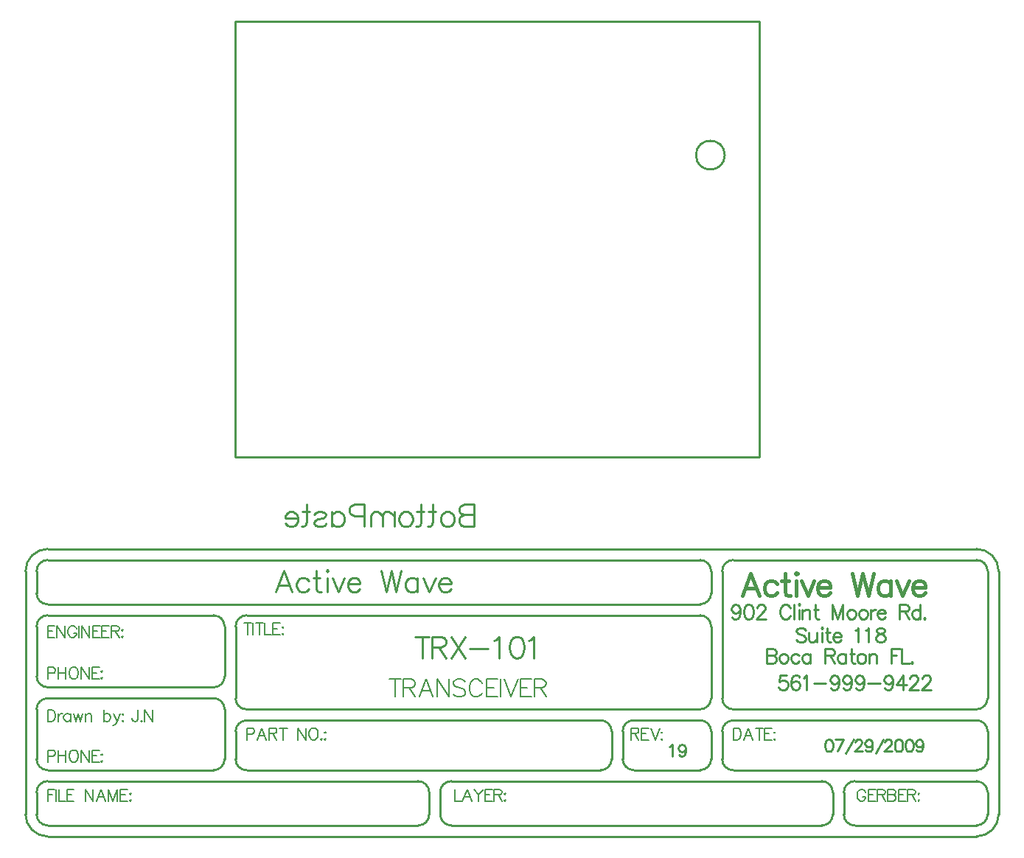
<source format=gbp>
%FSLAX24Y24*%
%MOIN*%
G70*
G01*
G75*
G04 Layer_Color=128*
%ADD10R,0.0300X0.0300*%
%ADD11R,0.0200X0.0300*%
%ADD12R,0.0360X0.0360*%
%ADD13R,0.0500X0.0360*%
%ADD14R,0.0250X0.0950*%
%ADD15R,0.0250X0.0550*%
%ADD16R,0.0950X0.0250*%
%ADD17R,0.0550X0.0250*%
%ADD18R,0.0236X0.1000*%
%ADD19R,0.0236X0.0900*%
%ADD20R,0.0700X0.0236*%
%ADD21R,0.0900X0.0236*%
%ADD22R,0.0315X0.0591*%
%ADD23R,0.0591X0.0315*%
%ADD24O,0.0600X0.0160*%
%ADD25R,0.0200X0.0500*%
%ADD26O,0.0240X0.0800*%
%ADD27O,0.0160X0.0600*%
%ADD28O,0.0160X0.0600*%
%ADD29R,0.0394X0.0197*%
%ADD30R,0.0394X0.0394*%
%ADD31R,0.0300X0.0300*%
%ADD32R,0.0472X0.0472*%
%ADD33R,0.0472X0.0472*%
%ADD34R,0.0236X0.0236*%
%ADD35R,0.0360X0.0500*%
%ADD36R,0.0360X0.0360*%
%ADD37R,0.0600X0.0500*%
%ADD38C,0.0120*%
%ADD39R,0.1500X0.0500*%
%ADD40R,0.0550X0.0400*%
%ADD41R,0.0400X0.0550*%
%ADD42C,0.0140*%
%ADD43C,0.0120*%
%ADD44C,0.0300*%
%ADD45C,0.0100*%
%ADD46C,0.0200*%
%ADD47C,0.0080*%
%ADD48C,0.0090*%
%ADD49C,0.0150*%
%ADD50C,0.0050*%
%ADD51C,0.1100*%
%ADD52C,0.0620*%
%ADD53R,0.0620X0.0620*%
%ADD54C,0.0600*%
%ADD55C,0.0750*%
%ADD56C,0.1400*%
%ADD57C,0.0450*%
%ADD58C,0.0220*%
%ADD59C,0.0098*%
%ADD60C,0.0060*%
D45*
X10300Y-2750D02*
Y-3750D01*
Y-2750D02*
X9872D01*
X9729Y-2798D01*
X9681Y-2845D01*
X9633Y-2941D01*
Y-3036D01*
X9681Y-3131D01*
X9729Y-3179D01*
X9872Y-3226D01*
X10300D02*
X9872D01*
X9729Y-3274D01*
X9681Y-3322D01*
X9633Y-3417D01*
Y-3560D01*
X9681Y-3655D01*
X9729Y-3702D01*
X9872Y-3750D01*
X10300D01*
X9172Y-3083D02*
X9267Y-3131D01*
X9362Y-3226D01*
X9410Y-3369D01*
Y-3464D01*
X9362Y-3607D01*
X9267Y-3702D01*
X9172Y-3750D01*
X9029D01*
X8934Y-3702D01*
X8838Y-3607D01*
X8791Y-3464D01*
Y-3369D01*
X8838Y-3226D01*
X8934Y-3131D01*
X9029Y-3083D01*
X9172D01*
X8429Y-2750D02*
Y-3560D01*
X8381Y-3702D01*
X8286Y-3750D01*
X8191D01*
X8572Y-3083D02*
X8239D01*
X7905Y-2750D02*
Y-3560D01*
X7858Y-3702D01*
X7762Y-3750D01*
X7667D01*
X8048Y-3083D02*
X7715D01*
X7286D02*
X7382Y-3131D01*
X7477Y-3226D01*
X7524Y-3369D01*
Y-3464D01*
X7477Y-3607D01*
X7382Y-3702D01*
X7286Y-3750D01*
X7144D01*
X7048Y-3702D01*
X6953Y-3607D01*
X6905Y-3464D01*
Y-3369D01*
X6953Y-3226D01*
X7048Y-3131D01*
X7144Y-3083D01*
X7286D01*
X6686D02*
Y-3750D01*
Y-3274D02*
X6544Y-3131D01*
X6448Y-3083D01*
X6306D01*
X6210Y-3131D01*
X6163Y-3274D01*
Y-3750D01*
Y-3274D02*
X6020Y-3131D01*
X5925Y-3083D01*
X5782D01*
X5687Y-3131D01*
X5639Y-3274D01*
Y-3750D01*
X5325Y-3274D02*
X4896D01*
X4754Y-3226D01*
X4706Y-3179D01*
X4658Y-3083D01*
Y-2941D01*
X4706Y-2845D01*
X4754Y-2798D01*
X4896Y-2750D01*
X5325D01*
Y-3750D01*
X3863Y-3083D02*
Y-3750D01*
Y-3226D02*
X3959Y-3131D01*
X4054Y-3083D01*
X4197D01*
X4292Y-3131D01*
X4387Y-3226D01*
X4435Y-3369D01*
Y-3464D01*
X4387Y-3607D01*
X4292Y-3702D01*
X4197Y-3750D01*
X4054D01*
X3959Y-3702D01*
X3863Y-3607D01*
X3073Y-3226D02*
X3121Y-3131D01*
X3263Y-3083D01*
X3406D01*
X3549Y-3131D01*
X3597Y-3226D01*
X3549Y-3322D01*
X3454Y-3369D01*
X3216Y-3417D01*
X3121Y-3464D01*
X3073Y-3560D01*
Y-3607D01*
X3121Y-3702D01*
X3263Y-3750D01*
X3406D01*
X3549Y-3702D01*
X3597Y-3607D01*
X2721Y-2750D02*
Y-3560D01*
X2673Y-3702D01*
X2578Y-3750D01*
X2483D01*
X2864Y-3083D02*
X2530D01*
X2340Y-3369D02*
X1769D01*
Y-3274D01*
X1816Y-3179D01*
X1864Y-3131D01*
X1959Y-3083D01*
X2102D01*
X2197Y-3131D01*
X2292Y-3226D01*
X2340Y-3369D01*
Y-3464D01*
X2292Y-3607D01*
X2197Y-3702D01*
X2102Y-3750D01*
X1959D01*
X1864Y-3702D01*
X1769Y-3607D01*
X21633Y13042D02*
G03*
X21633Y13042I-650J0D01*
G01*
X-497Y-600D02*
Y19100D01*
X-497Y-600D02*
X23203D01*
Y19100D01*
X-497D02*
X23203D01*
X8268Y-15769D02*
G03*
X7768Y-15269I-500J0D01*
G01*
X7779Y-17269D02*
G03*
X8268Y-16772I8J480D01*
G01*
X9268Y-15269D02*
G03*
X8768Y-15769I0J-500D01*
G01*
Y-16769D02*
G03*
X9259Y-17269I500J0D01*
G01*
X26518Y-15769D02*
G03*
X26018Y-15269I-500J0D01*
G01*
X26029Y-17269D02*
G03*
X26518Y-16772I8J480D01*
G01*
X27018Y-16779D02*
G03*
X27516Y-17269I490J0D01*
G01*
X27518Y-15269D02*
G03*
X27018Y-15769I0J-500D01*
G01*
X-982Y-8259D02*
G03*
X-1472Y-7769I-490J0D01*
G01*
X-1462Y-11019D02*
G03*
X-982Y-10539I0J480D01*
G01*
Y-12009D02*
G03*
X-1489Y-11519I-490J0D01*
G01*
X-482Y-11529D02*
G03*
X8Y-12019I490J0D01*
G01*
X-482Y-14279D02*
G03*
X8Y-14769I490J0D01*
G01*
X-1472D02*
G03*
X-982Y-14279I0J490D01*
G01*
X16518Y-13009D02*
G03*
X16028Y-12519I-490J0D01*
G01*
Y-14769D02*
G03*
X16518Y-14270I0J490D01*
G01*
X17018Y-14259D02*
G03*
X17519Y-14769I510J0D01*
G01*
X17498Y-12519D02*
G03*
X17018Y-13024I0J-480D01*
G01*
X18Y-12519D02*
G03*
X-482Y-13019I0J-500D01*
G01*
X18Y-7769D02*
G03*
X-482Y-8269I0J-500D01*
G01*
X-9482Y-14269D02*
G03*
X-8991Y-14769I500J0D01*
G01*
X-8982Y-11519D02*
G03*
X-9482Y-12019I0J-500D01*
G01*
Y-10519D02*
G03*
X-8982Y-11019I500J0D01*
G01*
Y-7769D02*
G03*
X-9482Y-8269I0J-500D01*
G01*
Y-6769D02*
G03*
X-8982Y-7269I500J0D01*
G01*
Y-5269D02*
G03*
X-9482Y-5769I0J-500D01*
G01*
X21018D02*
G03*
X20518Y-5269I-500J0D01*
G01*
X22018D02*
G03*
X21518Y-5769I0J-500D01*
G01*
X20518Y-7269D02*
G03*
X21018Y-6769I0J500D01*
G01*
Y-8269D02*
G03*
X20518Y-7769I-500J0D01*
G01*
X-8982Y-15269D02*
G03*
X-9482Y-15769I0J-500D01*
G01*
X20527Y-12019D02*
G03*
X21018Y-11519I-9J500D01*
G01*
X-9482Y-16769D02*
G03*
X-8991Y-17269I500J0D01*
G01*
X21018Y-13009D02*
G03*
X20528Y-12519I-490J0D01*
G01*
X21518Y-14279D02*
G03*
X22016Y-14769I490J0D01*
G01*
X20518Y-14769D02*
G03*
X21018Y-14269I0J500D01*
G01*
X33018Y-17269D02*
G03*
X33518Y-16769I0J500D01*
G01*
X33518Y-15760D02*
G03*
X33018Y-15269I-500J-9D01*
G01*
Y-14769D02*
G03*
X33518Y-14269I0J500D01*
G01*
Y-5759D02*
G03*
X33011Y-5269I-490J0D01*
G01*
X34018Y-5769D02*
G03*
X33018Y-4769I-1000J0D01*
G01*
Y-17769D02*
G03*
X34018Y-16769I0J1000D01*
G01*
X-9982Y-16759D02*
G03*
X-8990Y-17769I1010J0D01*
G01*
X-8982Y-4769D02*
G03*
X-9982Y-5769I0J-1000D01*
G01*
X21518Y-11519D02*
G03*
X22018Y-12019I500J0D01*
G01*
X33018D02*
G03*
X33518Y-11519I0J500D01*
G01*
X22018Y-12519D02*
G03*
X21518Y-13019I0J-500D01*
G01*
X33518Y-13009D02*
G03*
X33028Y-12519I-490J0D01*
G01*
X9268Y-17269D02*
X26018D01*
X-8982D02*
X7768D01*
X-8982Y-15269D02*
X7768D01*
X9268D02*
X26018D01*
X27518Y-17269D02*
X33018D01*
X27518Y-15269D02*
X33018D01*
X-8982Y-5269D02*
X20518D01*
X-8982Y-17769D02*
X33018D01*
X-8982Y-4769D02*
X33018D01*
X-8982Y-14769D02*
X-1482D01*
X-8982Y-11519D02*
X-1482D01*
X-8982Y-11019D02*
X-1482D01*
X-8982Y-7769D02*
X-1482D01*
X-8982Y-7269D02*
X20518D01*
X18Y-7769D02*
X20518D01*
X18Y-12519D02*
X16018D01*
X18Y-14769D02*
X16018D01*
X17518D02*
X20518D01*
X17518Y-12519D02*
X20518D01*
X22018Y-14769D02*
X33018D01*
X22018Y-5269D02*
X33018D01*
X18Y-12019D02*
X20518D01*
X22018D02*
X33018D01*
X22018Y-12519D02*
X33018D01*
X8268Y-16769D02*
Y-15769D01*
X8768Y-16769D02*
Y-15769D01*
X26518Y-16769D02*
Y-15769D01*
X27018Y-16769D02*
Y-15769D01*
X34018Y-16769D02*
Y-5769D01*
X-9482Y-14269D02*
Y-12019D01*
X-982Y-14269D02*
Y-12019D01*
X-9482Y-10519D02*
Y-8269D01*
X-982Y-10519D02*
Y-8269D01*
X-9482Y-6769D02*
Y-5769D01*
X21018Y-6769D02*
Y-5769D01*
Y-11519D02*
Y-8269D01*
X-482Y-11519D02*
Y-8269D01*
X16518Y-14269D02*
Y-13019D01*
X-482Y-14269D02*
Y-13019D01*
X17018Y-14269D02*
Y-13019D01*
X21018Y-14269D02*
Y-13019D01*
X33518Y-16769D02*
Y-15769D01*
X-9482Y-16769D02*
Y-15769D01*
X-9982Y-16769D02*
Y-5769D01*
X21518Y-11519D02*
Y-5769D01*
X33518Y-11519D02*
Y-5769D01*
X21518Y-14269D02*
Y-13019D01*
X33518Y-14269D02*
Y-13009D01*
X25305Y-8429D02*
X25244Y-8368D01*
X25153Y-8337D01*
X25031D01*
X24940Y-8368D01*
X24879Y-8429D01*
Y-8490D01*
X24909Y-8551D01*
X24940Y-8581D01*
X25000Y-8612D01*
X25183Y-8672D01*
X25244Y-8703D01*
X25275Y-8733D01*
X25305Y-8794D01*
Y-8886D01*
X25244Y-8947D01*
X25153Y-8977D01*
X25031D01*
X24940Y-8947D01*
X24879Y-8886D01*
X25448Y-8551D02*
Y-8855D01*
X25479Y-8947D01*
X25540Y-8977D01*
X25631D01*
X25692Y-8947D01*
X25784Y-8855D01*
Y-8551D02*
Y-8977D01*
X26012Y-8337D02*
X26043Y-8368D01*
X26073Y-8337D01*
X26043Y-8307D01*
X26012Y-8337D01*
X26043Y-8551D02*
Y-8977D01*
X26277Y-8337D02*
Y-8855D01*
X26308Y-8947D01*
X26369Y-8977D01*
X26429D01*
X26186Y-8551D02*
X26399D01*
X26521Y-8733D02*
X26887D01*
Y-8672D01*
X26856Y-8612D01*
X26826Y-8581D01*
X26765Y-8551D01*
X26673D01*
X26612Y-8581D01*
X26551Y-8642D01*
X26521Y-8733D01*
Y-8794D01*
X26551Y-8886D01*
X26612Y-8947D01*
X26673Y-8977D01*
X26765D01*
X26826Y-8947D01*
X26887Y-8886D01*
X27526Y-8459D02*
X27587Y-8429D01*
X27679Y-8337D01*
Y-8977D01*
X27996Y-8459D02*
X28057Y-8429D01*
X28148Y-8337D01*
Y-8977D01*
X28617Y-8337D02*
X28526Y-8368D01*
X28495Y-8429D01*
Y-8490D01*
X28526Y-8551D01*
X28587Y-8581D01*
X28709Y-8612D01*
X28800Y-8642D01*
X28861Y-8703D01*
X28891Y-8764D01*
Y-8855D01*
X28861Y-8916D01*
X28830Y-8947D01*
X28739Y-8977D01*
X28617D01*
X28526Y-8947D01*
X28495Y-8916D01*
X28465Y-8855D01*
Y-8764D01*
X28495Y-8703D01*
X28556Y-8642D01*
X28648Y-8612D01*
X28770Y-8581D01*
X28830Y-8551D01*
X28861Y-8490D01*
Y-8429D01*
X28830Y-8368D01*
X28739Y-8337D01*
X28617D01*
X24444Y-10487D02*
X24140D01*
X24109Y-10762D01*
X24140Y-10731D01*
X24231Y-10701D01*
X24322D01*
X24414Y-10731D01*
X24475Y-10792D01*
X24505Y-10883D01*
Y-10944D01*
X24475Y-11036D01*
X24414Y-11097D01*
X24322Y-11127D01*
X24231D01*
X24140Y-11097D01*
X24109Y-11066D01*
X24079Y-11005D01*
X25014Y-10579D02*
X24984Y-10518D01*
X24892Y-10487D01*
X24831D01*
X24740Y-10518D01*
X24679Y-10609D01*
X24648Y-10762D01*
Y-10914D01*
X24679Y-11036D01*
X24740Y-11097D01*
X24831Y-11127D01*
X24862D01*
X24953Y-11097D01*
X25014Y-11036D01*
X25044Y-10944D01*
Y-10914D01*
X25014Y-10822D01*
X24953Y-10762D01*
X24862Y-10731D01*
X24831D01*
X24740Y-10762D01*
X24679Y-10822D01*
X24648Y-10914D01*
X25185Y-10609D02*
X25246Y-10579D01*
X25337Y-10487D01*
Y-11127D01*
X25654Y-10853D02*
X26202D01*
X26787Y-10701D02*
X26757Y-10792D01*
X26696Y-10853D01*
X26605Y-10883D01*
X26574D01*
X26483Y-10853D01*
X26422Y-10792D01*
X26391Y-10701D01*
Y-10670D01*
X26422Y-10579D01*
X26483Y-10518D01*
X26574Y-10487D01*
X26605D01*
X26696Y-10518D01*
X26757Y-10579D01*
X26787Y-10701D01*
Y-10853D01*
X26757Y-11005D01*
X26696Y-11097D01*
X26605Y-11127D01*
X26544D01*
X26452Y-11097D01*
X26422Y-11036D01*
X27357Y-10701D02*
X27327Y-10792D01*
X27266Y-10853D01*
X27174Y-10883D01*
X27144D01*
X27052Y-10853D01*
X26991Y-10792D01*
X26961Y-10701D01*
Y-10670D01*
X26991Y-10579D01*
X27052Y-10518D01*
X27144Y-10487D01*
X27174D01*
X27266Y-10518D01*
X27327Y-10579D01*
X27357Y-10701D01*
Y-10853D01*
X27327Y-11005D01*
X27266Y-11097D01*
X27174Y-11127D01*
X27113D01*
X27022Y-11097D01*
X26991Y-11036D01*
X27927Y-10701D02*
X27896Y-10792D01*
X27836Y-10853D01*
X27744Y-10883D01*
X27714D01*
X27622Y-10853D01*
X27561Y-10792D01*
X27531Y-10701D01*
Y-10670D01*
X27561Y-10579D01*
X27622Y-10518D01*
X27714Y-10487D01*
X27744D01*
X27836Y-10518D01*
X27896Y-10579D01*
X27927Y-10701D01*
Y-10853D01*
X27896Y-11005D01*
X27836Y-11097D01*
X27744Y-11127D01*
X27683D01*
X27592Y-11097D01*
X27561Y-11036D01*
X28101Y-10853D02*
X28649D01*
X29234Y-10701D02*
X29204Y-10792D01*
X29143Y-10853D01*
X29051Y-10883D01*
X29021D01*
X28929Y-10853D01*
X28868Y-10792D01*
X28838Y-10701D01*
Y-10670D01*
X28868Y-10579D01*
X28929Y-10518D01*
X29021Y-10487D01*
X29051D01*
X29143Y-10518D01*
X29204Y-10579D01*
X29234Y-10701D01*
Y-10853D01*
X29204Y-11005D01*
X29143Y-11097D01*
X29051Y-11127D01*
X28990D01*
X28899Y-11097D01*
X28868Y-11036D01*
X29712Y-10487D02*
X29408Y-10914D01*
X29865D01*
X29712Y-10487D02*
Y-11127D01*
X30008Y-10640D02*
Y-10609D01*
X30038Y-10548D01*
X30069Y-10518D01*
X30130Y-10487D01*
X30252D01*
X30313Y-10518D01*
X30343Y-10548D01*
X30374Y-10609D01*
Y-10670D01*
X30343Y-10731D01*
X30282Y-10822D01*
X29978Y-11127D01*
X30404D01*
X30578Y-10640D02*
Y-10609D01*
X30608Y-10548D01*
X30639Y-10518D01*
X30700Y-10487D01*
X30822D01*
X30882Y-10518D01*
X30913Y-10548D01*
X30943Y-10609D01*
Y-10670D01*
X30913Y-10731D01*
X30852Y-10822D01*
X30547Y-11127D01*
X30974D01*
X22325Y-7501D02*
X22294Y-7592D01*
X22233Y-7653D01*
X22142Y-7683D01*
X22111D01*
X22020Y-7653D01*
X21959Y-7592D01*
X21929Y-7501D01*
Y-7470D01*
X21959Y-7379D01*
X22020Y-7318D01*
X22111Y-7287D01*
X22142D01*
X22233Y-7318D01*
X22294Y-7379D01*
X22325Y-7501D01*
Y-7653D01*
X22294Y-7805D01*
X22233Y-7897D01*
X22142Y-7927D01*
X22081D01*
X21990Y-7897D01*
X21959Y-7836D01*
X22681Y-7287D02*
X22590Y-7318D01*
X22529Y-7409D01*
X22498Y-7562D01*
Y-7653D01*
X22529Y-7805D01*
X22590Y-7897D01*
X22681Y-7927D01*
X22742D01*
X22834Y-7897D01*
X22894Y-7805D01*
X22925Y-7653D01*
Y-7562D01*
X22894Y-7409D01*
X22834Y-7318D01*
X22742Y-7287D01*
X22681D01*
X23099Y-7440D02*
Y-7409D01*
X23129Y-7348D01*
X23160Y-7318D01*
X23221Y-7287D01*
X23342D01*
X23403Y-7318D01*
X23434Y-7348D01*
X23464Y-7409D01*
Y-7470D01*
X23434Y-7531D01*
X23373Y-7622D01*
X23068Y-7927D01*
X23495D01*
X24598Y-7440D02*
X24567Y-7379D01*
X24506Y-7318D01*
X24445Y-7287D01*
X24323D01*
X24263Y-7318D01*
X24202Y-7379D01*
X24171Y-7440D01*
X24141Y-7531D01*
Y-7683D01*
X24171Y-7775D01*
X24202Y-7836D01*
X24263Y-7897D01*
X24323Y-7927D01*
X24445D01*
X24506Y-7897D01*
X24567Y-7836D01*
X24598Y-7775D01*
X24778Y-7287D02*
Y-7927D01*
X24973Y-7287D02*
X25003Y-7318D01*
X25033Y-7287D01*
X25003Y-7257D01*
X24973Y-7287D01*
X25003Y-7501D02*
Y-7927D01*
X25146Y-7501D02*
Y-7927D01*
Y-7622D02*
X25238Y-7531D01*
X25299Y-7501D01*
X25390D01*
X25451Y-7531D01*
X25481Y-7622D01*
Y-7927D01*
X25740Y-7287D02*
Y-7805D01*
X25771Y-7897D01*
X25832Y-7927D01*
X25893D01*
X25649Y-7501D02*
X25862D01*
X26487Y-7287D02*
Y-7927D01*
Y-7287D02*
X26731Y-7927D01*
X26974Y-7287D02*
X26731Y-7927D01*
X26974Y-7287D02*
Y-7927D01*
X27310Y-7501D02*
X27249Y-7531D01*
X27188Y-7592D01*
X27157Y-7683D01*
Y-7744D01*
X27188Y-7836D01*
X27249Y-7897D01*
X27310Y-7927D01*
X27401D01*
X27462Y-7897D01*
X27523Y-7836D01*
X27553Y-7744D01*
Y-7683D01*
X27523Y-7592D01*
X27462Y-7531D01*
X27401Y-7501D01*
X27310D01*
X27846D02*
X27785Y-7531D01*
X27724Y-7592D01*
X27693Y-7683D01*
Y-7744D01*
X27724Y-7836D01*
X27785Y-7897D01*
X27846Y-7927D01*
X27937D01*
X27998Y-7897D01*
X28059Y-7836D01*
X28090Y-7744D01*
Y-7683D01*
X28059Y-7592D01*
X27998Y-7531D01*
X27937Y-7501D01*
X27846D01*
X28230D02*
Y-7927D01*
Y-7683D02*
X28260Y-7592D01*
X28321Y-7531D01*
X28382Y-7501D01*
X28473D01*
X28531Y-7683D02*
X28897D01*
Y-7622D01*
X28867Y-7562D01*
X28836Y-7531D01*
X28775Y-7501D01*
X28684D01*
X28623Y-7531D01*
X28562Y-7592D01*
X28531Y-7683D01*
Y-7744D01*
X28562Y-7836D01*
X28623Y-7897D01*
X28684Y-7927D01*
X28775D01*
X28836Y-7897D01*
X28897Y-7836D01*
X29537Y-7287D02*
Y-7927D01*
Y-7287D02*
X29811D01*
X29902Y-7318D01*
X29933Y-7348D01*
X29963Y-7409D01*
Y-7470D01*
X29933Y-7531D01*
X29902Y-7562D01*
X29811Y-7592D01*
X29537D01*
X29750D02*
X29963Y-7927D01*
X30472Y-7287D02*
Y-7927D01*
Y-7592D02*
X30411Y-7531D01*
X30350Y-7501D01*
X30259D01*
X30198Y-7531D01*
X30137Y-7592D01*
X30107Y-7683D01*
Y-7744D01*
X30137Y-7836D01*
X30198Y-7897D01*
X30259Y-7927D01*
X30350D01*
X30411Y-7897D01*
X30472Y-7836D01*
X30673Y-7866D02*
X30643Y-7897D01*
X30673Y-7927D01*
X30704Y-7897D01*
X30673Y-7866D01*
X23529Y-9287D02*
Y-9927D01*
Y-9287D02*
X23803D01*
X23894Y-9318D01*
X23925Y-9348D01*
X23955Y-9409D01*
Y-9470D01*
X23925Y-9531D01*
X23894Y-9562D01*
X23803Y-9592D01*
X23529D02*
X23803D01*
X23894Y-9622D01*
X23925Y-9653D01*
X23955Y-9714D01*
Y-9805D01*
X23925Y-9866D01*
X23894Y-9897D01*
X23803Y-9927D01*
X23529D01*
X24251Y-9501D02*
X24190Y-9531D01*
X24129Y-9592D01*
X24098Y-9683D01*
Y-9744D01*
X24129Y-9836D01*
X24190Y-9897D01*
X24251Y-9927D01*
X24342D01*
X24403Y-9897D01*
X24464Y-9836D01*
X24494Y-9744D01*
Y-9683D01*
X24464Y-9592D01*
X24403Y-9531D01*
X24342Y-9501D01*
X24251D01*
X25000Y-9592D02*
X24939Y-9531D01*
X24878Y-9501D01*
X24787D01*
X24726Y-9531D01*
X24665Y-9592D01*
X24635Y-9683D01*
Y-9744D01*
X24665Y-9836D01*
X24726Y-9897D01*
X24787Y-9927D01*
X24878D01*
X24939Y-9897D01*
X25000Y-9836D01*
X25503Y-9501D02*
Y-9927D01*
Y-9592D02*
X25442Y-9531D01*
X25381Y-9501D01*
X25290D01*
X25229Y-9531D01*
X25168Y-9592D01*
X25137Y-9683D01*
Y-9744D01*
X25168Y-9836D01*
X25229Y-9897D01*
X25290Y-9927D01*
X25381D01*
X25442Y-9897D01*
X25503Y-9836D01*
X26176Y-9287D02*
Y-9927D01*
Y-9287D02*
X26451D01*
X26542Y-9318D01*
X26572Y-9348D01*
X26603Y-9409D01*
Y-9470D01*
X26572Y-9531D01*
X26542Y-9562D01*
X26451Y-9592D01*
X26176D01*
X26390D02*
X26603Y-9927D01*
X27112Y-9501D02*
Y-9927D01*
Y-9592D02*
X27051Y-9531D01*
X26990Y-9501D01*
X26899D01*
X26838Y-9531D01*
X26777Y-9592D01*
X26746Y-9683D01*
Y-9744D01*
X26777Y-9836D01*
X26838Y-9897D01*
X26899Y-9927D01*
X26990D01*
X27051Y-9897D01*
X27112Y-9836D01*
X27374Y-9287D02*
Y-9805D01*
X27404Y-9897D01*
X27465Y-9927D01*
X27526D01*
X27282Y-9501D02*
X27496D01*
X27770D02*
X27709Y-9531D01*
X27648Y-9592D01*
X27618Y-9683D01*
Y-9744D01*
X27648Y-9836D01*
X27709Y-9897D01*
X27770Y-9927D01*
X27861D01*
X27922Y-9897D01*
X27983Y-9836D01*
X28014Y-9744D01*
Y-9683D01*
X27983Y-9592D01*
X27922Y-9531D01*
X27861Y-9501D01*
X27770D01*
X28154D02*
Y-9927D01*
Y-9622D02*
X28245Y-9531D01*
X28306Y-9501D01*
X28398D01*
X28459Y-9531D01*
X28489Y-9622D01*
Y-9927D01*
X29159Y-9287D02*
Y-9927D01*
Y-9287D02*
X29555D01*
X29159Y-9592D02*
X29403D01*
X29629Y-9287D02*
Y-9927D01*
X29994D01*
X30095Y-9866D02*
X30064Y-9897D01*
X30095Y-9927D01*
X30125Y-9897D01*
X30095Y-9866D01*
D47*
X6747Y-10660D02*
Y-11460D01*
X6480Y-10660D02*
X7013D01*
X7108D02*
Y-11460D01*
Y-10660D02*
X7451D01*
X7565Y-10698D01*
X7604Y-10736D01*
X7642Y-10813D01*
Y-10889D01*
X7604Y-10965D01*
X7565Y-11003D01*
X7451Y-11041D01*
X7108D01*
X7375D02*
X7642Y-11460D01*
X8430D02*
X8125Y-10660D01*
X7821Y-11460D01*
X7935Y-11193D02*
X8316D01*
X8617Y-10660D02*
Y-11460D01*
Y-10660D02*
X9150Y-11460D01*
Y-10660D02*
Y-11460D01*
X9904Y-10774D02*
X9828Y-10698D01*
X9714Y-10660D01*
X9561D01*
X9447Y-10698D01*
X9371Y-10774D01*
Y-10851D01*
X9409Y-10927D01*
X9447Y-10965D01*
X9523Y-11003D01*
X9752Y-11079D01*
X9828Y-11117D01*
X9866Y-11155D01*
X9904Y-11231D01*
Y-11346D01*
X9828Y-11422D01*
X9714Y-11460D01*
X9561D01*
X9447Y-11422D01*
X9371Y-11346D01*
X10654Y-10851D02*
X10616Y-10774D01*
X10540Y-10698D01*
X10464Y-10660D01*
X10312D01*
X10235Y-10698D01*
X10159Y-10774D01*
X10121Y-10851D01*
X10083Y-10965D01*
Y-11155D01*
X10121Y-11270D01*
X10159Y-11346D01*
X10235Y-11422D01*
X10312Y-11460D01*
X10464D01*
X10540Y-11422D01*
X10616Y-11346D01*
X10654Y-11270D01*
X11374Y-10660D02*
X10879D01*
Y-11460D01*
X11374D01*
X10879Y-11041D02*
X11184D01*
X11507Y-10660D02*
Y-11460D01*
X11675Y-10660D02*
X11980Y-11460D01*
X12284Y-10660D02*
X11980Y-11460D01*
X12882Y-10660D02*
X12387D01*
Y-11460D01*
X12882D01*
X12387Y-11041D02*
X12692D01*
X13016Y-10660D02*
Y-11460D01*
Y-10660D02*
X13359D01*
X13473Y-10698D01*
X13511Y-10736D01*
X13549Y-10813D01*
Y-10889D01*
X13511Y-10965D01*
X13473Y-11003D01*
X13359Y-11041D01*
X13016D01*
X13282D02*
X13549Y-11460D01*
X-4899Y-12046D02*
Y-12453D01*
X-4924Y-12529D01*
X-4949Y-12554D01*
X-5000Y-12579D01*
X-5051D01*
X-5102Y-12554D01*
X-5127Y-12529D01*
X-5153Y-12453D01*
Y-12402D01*
X-4736Y-12529D02*
X-4762Y-12554D01*
X-4736Y-12579D01*
X-4711Y-12554D01*
X-4736Y-12529D01*
X-4594Y-12046D02*
Y-12579D01*
Y-12046D02*
X-4238Y-12579D01*
Y-12046D02*
Y-12579D01*
D48*
X26318Y-13390D02*
X26242Y-13416D01*
X26191Y-13492D01*
X26165Y-13619D01*
Y-13695D01*
X26191Y-13822D01*
X26242Y-13898D01*
X26318Y-13924D01*
X26369D01*
X26445Y-13898D01*
X26496Y-13822D01*
X26521Y-13695D01*
Y-13619D01*
X26496Y-13492D01*
X26445Y-13416D01*
X26369Y-13390D01*
X26318D01*
X26996D02*
X26742Y-13924D01*
X26640Y-13390D02*
X26996D01*
X27115Y-14000D02*
X27471Y-13390D01*
X27532Y-13517D02*
Y-13492D01*
X27557Y-13441D01*
X27582Y-13416D01*
X27633Y-13390D01*
X27735D01*
X27785Y-13416D01*
X27811Y-13441D01*
X27836Y-13492D01*
Y-13543D01*
X27811Y-13593D01*
X27760Y-13670D01*
X27506Y-13924D01*
X27862D01*
X28311Y-13568D02*
X28286Y-13644D01*
X28235Y-13695D01*
X28159Y-13720D01*
X28133D01*
X28057Y-13695D01*
X28006Y-13644D01*
X27981Y-13568D01*
Y-13543D01*
X28006Y-13466D01*
X28057Y-13416D01*
X28133Y-13390D01*
X28159D01*
X28235Y-13416D01*
X28286Y-13466D01*
X28311Y-13568D01*
Y-13695D01*
X28286Y-13822D01*
X28235Y-13898D01*
X28159Y-13924D01*
X28108D01*
X28032Y-13898D01*
X28006Y-13847D01*
X28456Y-14000D02*
X28811Y-13390D01*
X28872Y-13517D02*
Y-13492D01*
X28898Y-13441D01*
X28923Y-13416D01*
X28974Y-13390D01*
X29075D01*
X29126Y-13416D01*
X29152Y-13441D01*
X29177Y-13492D01*
Y-13543D01*
X29152Y-13593D01*
X29101Y-13670D01*
X28847Y-13924D01*
X29202D01*
X29474Y-13390D02*
X29398Y-13416D01*
X29347Y-13492D01*
X29322Y-13619D01*
Y-13695D01*
X29347Y-13822D01*
X29398Y-13898D01*
X29474Y-13924D01*
X29525D01*
X29601Y-13898D01*
X29652Y-13822D01*
X29677Y-13695D01*
Y-13619D01*
X29652Y-13492D01*
X29601Y-13416D01*
X29525Y-13390D01*
X29474D01*
X29949D02*
X29873Y-13416D01*
X29822Y-13492D01*
X29797Y-13619D01*
Y-13695D01*
X29822Y-13822D01*
X29873Y-13898D01*
X29949Y-13924D01*
X30000D01*
X30076Y-13898D01*
X30127Y-13822D01*
X30152Y-13695D01*
Y-13619D01*
X30127Y-13492D01*
X30076Y-13416D01*
X30000Y-13390D01*
X29949D01*
X30601Y-13568D02*
X30576Y-13644D01*
X30525Y-13695D01*
X30449Y-13720D01*
X30424D01*
X30347Y-13695D01*
X30297Y-13644D01*
X30271Y-13568D01*
Y-13543D01*
X30297Y-13466D01*
X30347Y-13416D01*
X30424Y-13390D01*
X30449D01*
X30525Y-13416D01*
X30576Y-13466D01*
X30601Y-13568D01*
Y-13695D01*
X30576Y-13822D01*
X30525Y-13898D01*
X30449Y-13924D01*
X30398D01*
X30322Y-13898D01*
X30297Y-13847D01*
X2049Y-6719D02*
X1683Y-5759D01*
X1318Y-6719D01*
X1455Y-6399D02*
X1912D01*
X2821Y-6216D02*
X2730Y-6125D01*
X2639Y-6079D01*
X2502D01*
X2410Y-6125D01*
X2319Y-6216D01*
X2273Y-6353D01*
Y-6445D01*
X2319Y-6582D01*
X2410Y-6673D01*
X2502Y-6719D01*
X2639D01*
X2730Y-6673D01*
X2821Y-6582D01*
X3164Y-5759D02*
Y-6536D01*
X3210Y-6673D01*
X3301Y-6719D01*
X3393D01*
X3027Y-6079D02*
X3347D01*
X3621Y-5759D02*
X3667Y-5805D01*
X3713Y-5759D01*
X3667Y-5713D01*
X3621Y-5759D01*
X3667Y-6079D02*
Y-6719D01*
X3882Y-6079D02*
X4156Y-6719D01*
X4430Y-6079D02*
X4156Y-6719D01*
X4586Y-6353D02*
X5134D01*
Y-6262D01*
X5088Y-6170D01*
X5043Y-6125D01*
X4951Y-6079D01*
X4814D01*
X4723Y-6125D01*
X4631Y-6216D01*
X4586Y-6353D01*
Y-6445D01*
X4631Y-6582D01*
X4723Y-6673D01*
X4814Y-6719D01*
X4951D01*
X5043Y-6673D01*
X5134Y-6582D01*
X6094Y-5759D02*
X6322Y-6719D01*
X6551Y-5759D02*
X6322Y-6719D01*
X6551Y-5759D02*
X6779Y-6719D01*
X7008Y-5759D02*
X6779Y-6719D01*
X7748Y-6079D02*
Y-6719D01*
Y-6216D02*
X7657Y-6125D01*
X7566Y-6079D01*
X7428D01*
X7337Y-6125D01*
X7246Y-6216D01*
X7200Y-6353D01*
Y-6445D01*
X7246Y-6582D01*
X7337Y-6673D01*
X7428Y-6719D01*
X7566D01*
X7657Y-6673D01*
X7748Y-6582D01*
X8004Y-6079D02*
X8279Y-6719D01*
X8553Y-6079D02*
X8279Y-6719D01*
X8708Y-6353D02*
X9257D01*
Y-6262D01*
X9211Y-6170D01*
X9165Y-6125D01*
X9074Y-6079D01*
X8937D01*
X8845Y-6125D01*
X8754Y-6216D01*
X8708Y-6353D01*
Y-6445D01*
X8754Y-6582D01*
X8845Y-6673D01*
X8937Y-6719D01*
X9074D01*
X9165Y-6673D01*
X9257Y-6582D01*
X7960Y-8740D02*
Y-9700D01*
X7640Y-8740D02*
X8280D01*
X8394D02*
Y-9700D01*
Y-8740D02*
X8805D01*
X8943Y-8786D01*
X8988Y-8832D01*
X9034Y-8923D01*
Y-9014D01*
X8988Y-9106D01*
X8943Y-9152D01*
X8805Y-9197D01*
X8394D01*
X8714D02*
X9034Y-9700D01*
X9249Y-8740D02*
X9889Y-9700D01*
Y-8740D02*
X9249Y-9700D01*
X10103Y-9289D02*
X10926D01*
X11210Y-8923D02*
X11301Y-8877D01*
X11438Y-8740D01*
Y-9700D01*
X12188Y-8740D02*
X12050Y-8786D01*
X11959Y-8923D01*
X11913Y-9152D01*
Y-9289D01*
X11959Y-9517D01*
X12050Y-9654D01*
X12188Y-9700D01*
X12279D01*
X12416Y-9654D01*
X12508Y-9517D01*
X12553Y-9289D01*
Y-9152D01*
X12508Y-8923D01*
X12416Y-8786D01*
X12279Y-8740D01*
X12188D01*
X12768Y-8923D02*
X12859Y-8877D01*
X12997Y-8740D01*
Y-9700D01*
X19143Y-13712D02*
X19194Y-13687D01*
X19270Y-13611D01*
Y-14144D01*
X19864Y-13788D02*
X19839Y-13865D01*
X19788Y-13915D01*
X19712Y-13941D01*
X19686D01*
X19610Y-13915D01*
X19559Y-13865D01*
X19534Y-13788D01*
Y-13763D01*
X19559Y-13687D01*
X19610Y-13636D01*
X19686Y-13611D01*
X19712D01*
X19788Y-13636D01*
X19839Y-13687D01*
X19864Y-13788D01*
Y-13915D01*
X19839Y-14042D01*
X19788Y-14119D01*
X19712Y-14144D01*
X19661D01*
X19585Y-14119D01*
X19559Y-14068D01*
D49*
X23190Y-6877D02*
X22809Y-5877D01*
X22429Y-6877D01*
X22571Y-6544D02*
X23047D01*
X23995Y-6353D02*
X23900Y-6258D01*
X23804Y-6211D01*
X23662D01*
X23566Y-6258D01*
X23471Y-6353D01*
X23424Y-6496D01*
Y-6592D01*
X23471Y-6734D01*
X23566Y-6830D01*
X23662Y-6877D01*
X23804D01*
X23900Y-6830D01*
X23995Y-6734D01*
X24352Y-5877D02*
Y-6687D01*
X24400Y-6830D01*
X24495Y-6877D01*
X24590D01*
X24209Y-6211D02*
X24542D01*
X24828Y-5877D02*
X24876Y-5925D01*
X24923Y-5877D01*
X24876Y-5830D01*
X24828Y-5877D01*
X24876Y-6211D02*
Y-6877D01*
X25099Y-6211D02*
X25385Y-6877D01*
X25671Y-6211D02*
X25385Y-6877D01*
X25833Y-6496D02*
X26404D01*
Y-6401D01*
X26356Y-6306D01*
X26309Y-6258D01*
X26213Y-6211D01*
X26071D01*
X25975Y-6258D01*
X25880Y-6353D01*
X25833Y-6496D01*
Y-6592D01*
X25880Y-6734D01*
X25975Y-6830D01*
X26071Y-6877D01*
X26213D01*
X26309Y-6830D01*
X26404Y-6734D01*
X27404Y-5877D02*
X27642Y-6877D01*
X27880Y-5877D02*
X27642Y-6877D01*
X27880Y-5877D02*
X28118Y-6877D01*
X28356Y-5877D02*
X28118Y-6877D01*
X29127Y-6211D02*
Y-6877D01*
Y-6353D02*
X29032Y-6258D01*
X28937Y-6211D01*
X28794D01*
X28699Y-6258D01*
X28603Y-6353D01*
X28556Y-6496D01*
Y-6592D01*
X28603Y-6734D01*
X28699Y-6830D01*
X28794Y-6877D01*
X28937D01*
X29032Y-6830D01*
X29127Y-6734D01*
X29394Y-6211D02*
X29679Y-6877D01*
X29965Y-6211D02*
X29679Y-6877D01*
X30127Y-6496D02*
X30698D01*
Y-6401D01*
X30651Y-6306D01*
X30603Y-6258D01*
X30508Y-6211D01*
X30365D01*
X30270Y-6258D01*
X30175Y-6353D01*
X30127Y-6496D01*
Y-6592D01*
X30175Y-6734D01*
X30270Y-6830D01*
X30365Y-6877D01*
X30508D01*
X30603Y-6830D01*
X30698Y-6734D01*
D50*
X27999Y-15763D02*
X27973Y-15712D01*
X27922Y-15661D01*
X27872Y-15636D01*
X27770D01*
X27719Y-15661D01*
X27669Y-15712D01*
X27643Y-15763D01*
X27618Y-15839D01*
Y-15966D01*
X27643Y-16042D01*
X27669Y-16093D01*
X27719Y-16144D01*
X27770Y-16169D01*
X27872D01*
X27922Y-16144D01*
X27973Y-16093D01*
X27999Y-16042D01*
Y-15966D01*
X27872D02*
X27999D01*
X28451Y-15636D02*
X28121D01*
Y-16169D01*
X28451D01*
X28121Y-15890D02*
X28324D01*
X28540Y-15636D02*
Y-16169D01*
Y-15636D02*
X28768D01*
X28844Y-15661D01*
X28870Y-15687D01*
X28895Y-15737D01*
Y-15788D01*
X28870Y-15839D01*
X28844Y-15864D01*
X28768Y-15890D01*
X28540D01*
X28717D02*
X28895Y-16169D01*
X29014Y-15636D02*
Y-16169D01*
Y-15636D02*
X29243D01*
X29319Y-15661D01*
X29344Y-15687D01*
X29370Y-15737D01*
Y-15788D01*
X29344Y-15839D01*
X29319Y-15864D01*
X29243Y-15890D01*
X29014D02*
X29243D01*
X29319Y-15915D01*
X29344Y-15940D01*
X29370Y-15991D01*
Y-16067D01*
X29344Y-16118D01*
X29319Y-16144D01*
X29243Y-16169D01*
X29014D01*
X29819Y-15636D02*
X29489D01*
Y-16169D01*
X29819D01*
X29489Y-15890D02*
X29692D01*
X29908Y-15636D02*
Y-16169D01*
Y-15636D02*
X30137D01*
X30213Y-15661D01*
X30238Y-15687D01*
X30264Y-15737D01*
Y-15788D01*
X30238Y-15839D01*
X30213Y-15864D01*
X30137Y-15890D01*
X29908D01*
X30086D02*
X30264Y-16169D01*
X30408Y-15813D02*
X30383Y-15839D01*
X30408Y-15864D01*
X30434Y-15839D01*
X30408Y-15813D01*
Y-16118D02*
X30383Y-16144D01*
X30408Y-16169D01*
X30434Y-16144D01*
X30408Y-16118D01*
X-8982Y-15636D02*
Y-16169D01*
Y-15636D02*
X-8652D01*
X-8982Y-15890D02*
X-8779D01*
X-8591Y-15636D02*
Y-16169D01*
X-8479Y-15636D02*
Y-16169D01*
X-8175D01*
X-7786Y-15636D02*
X-8116D01*
Y-16169D01*
X-7786D01*
X-8116Y-15890D02*
X-7913D01*
X-7278Y-15636D02*
Y-16169D01*
Y-15636D02*
X-6923Y-16169D01*
Y-15636D02*
Y-16169D01*
X-6369D02*
X-6573Y-15636D01*
X-6776Y-16169D01*
X-6700Y-15991D02*
X-6446D01*
X-6245Y-15636D02*
Y-16169D01*
Y-15636D02*
X-6042Y-16169D01*
X-5839Y-15636D02*
X-6042Y-16169D01*
X-5839Y-15636D02*
Y-16169D01*
X-5356Y-15636D02*
X-5686D01*
Y-16169D01*
X-5356D01*
X-5686Y-15890D02*
X-5483D01*
X-5242Y-15813D02*
X-5267Y-15839D01*
X-5242Y-15864D01*
X-5217Y-15839D01*
X-5242Y-15813D01*
Y-16118D02*
X-5267Y-16144D01*
X-5242Y-16169D01*
X-5217Y-16144D01*
X-5242Y-16118D01*
X-8982Y-12036D02*
Y-12569D01*
Y-12036D02*
X-8804D01*
X-8728Y-12061D01*
X-8678Y-12112D01*
X-8652Y-12163D01*
X-8627Y-12239D01*
Y-12366D01*
X-8652Y-12442D01*
X-8678Y-12493D01*
X-8728Y-12544D01*
X-8804Y-12569D01*
X-8982D01*
X-8507Y-12213D02*
Y-12569D01*
Y-12366D02*
X-8482Y-12290D01*
X-8431Y-12239D01*
X-8380Y-12213D01*
X-8304D01*
X-7951D02*
Y-12569D01*
Y-12290D02*
X-8002Y-12239D01*
X-8053Y-12213D01*
X-8129D01*
X-8180Y-12239D01*
X-8231Y-12290D01*
X-8256Y-12366D01*
Y-12417D01*
X-8231Y-12493D01*
X-8180Y-12544D01*
X-8129Y-12569D01*
X-8053D01*
X-8002Y-12544D01*
X-7951Y-12493D01*
X-7809Y-12213D02*
X-7708Y-12569D01*
X-7606Y-12213D02*
X-7708Y-12569D01*
X-7606Y-12213D02*
X-7504Y-12569D01*
X-7403Y-12213D02*
X-7504Y-12569D01*
X-7278Y-12213D02*
Y-12569D01*
Y-12315D02*
X-7202Y-12239D01*
X-7151Y-12213D01*
X-7075D01*
X-7025Y-12239D01*
X-6999Y-12315D01*
Y-12569D01*
X-6441Y-12036D02*
Y-12569D01*
Y-12290D02*
X-6390Y-12239D01*
X-6339Y-12213D01*
X-6263D01*
X-6212Y-12239D01*
X-6161Y-12290D01*
X-6136Y-12366D01*
Y-12417D01*
X-6161Y-12493D01*
X-6212Y-12544D01*
X-6263Y-12569D01*
X-6339D01*
X-6390Y-12544D01*
X-6441Y-12493D01*
X-5996Y-12213D02*
X-5844Y-12569D01*
X-5691Y-12213D02*
X-5844Y-12569D01*
X-5895Y-12671D01*
X-5945Y-12721D01*
X-5996Y-12747D01*
X-6022D01*
X-5577Y-12213D02*
X-5603Y-12239D01*
X-5577Y-12264D01*
X-5552Y-12239D01*
X-5577Y-12213D01*
Y-12518D02*
X-5603Y-12544D01*
X-5577Y-12569D01*
X-5552Y-12544D01*
X-5577Y-12518D01*
X71Y-8111D02*
Y-8644D01*
X-107Y-8111D02*
X248D01*
X312D02*
Y-8644D01*
X601Y-8111D02*
Y-8644D01*
X423Y-8111D02*
X779D01*
X842D02*
Y-8644D01*
X1147D01*
X1536Y-8111D02*
X1206D01*
Y-8644D01*
X1536D01*
X1206Y-8365D02*
X1409D01*
X1650Y-8288D02*
X1624Y-8314D01*
X1650Y-8339D01*
X1675Y-8314D01*
X1650Y-8288D01*
Y-8593D02*
X1624Y-8619D01*
X1650Y-8644D01*
X1675Y-8619D01*
X1650Y-8593D01*
X18Y-13140D02*
X246D01*
X322Y-13115D01*
X348Y-13089D01*
X373Y-13038D01*
Y-12962D01*
X348Y-12911D01*
X322Y-12886D01*
X246Y-12861D01*
X18D01*
Y-13394D01*
X899D02*
X696Y-12861D01*
X493Y-13394D01*
X569Y-13216D02*
X823D01*
X1023Y-12861D02*
Y-13394D01*
Y-12861D02*
X1252D01*
X1328Y-12886D01*
X1353Y-12911D01*
X1379Y-12962D01*
Y-13013D01*
X1353Y-13064D01*
X1328Y-13089D01*
X1252Y-13115D01*
X1023D01*
X1201D02*
X1379Y-13394D01*
X1676Y-12861D02*
Y-13394D01*
X1498Y-12861D02*
X1854D01*
X2336D02*
Y-13394D01*
Y-12861D02*
X2692Y-13394D01*
Y-12861D02*
Y-13394D01*
X2991Y-12861D02*
X2940Y-12886D01*
X2890Y-12937D01*
X2864Y-12988D01*
X2839Y-13064D01*
Y-13191D01*
X2864Y-13267D01*
X2890Y-13318D01*
X2940Y-13369D01*
X2991Y-13394D01*
X3093D01*
X3143Y-13369D01*
X3194Y-13318D01*
X3220Y-13267D01*
X3245Y-13191D01*
Y-13064D01*
X3220Y-12988D01*
X3194Y-12937D01*
X3143Y-12886D01*
X3093Y-12861D01*
X2991D01*
X3395Y-13343D02*
X3369Y-13369D01*
X3395Y-13394D01*
X3420Y-13369D01*
X3395Y-13343D01*
X3562Y-13038D02*
X3537Y-13064D01*
X3562Y-13089D01*
X3588Y-13064D01*
X3562Y-13038D01*
Y-13343D02*
X3537Y-13369D01*
X3562Y-13394D01*
X3588Y-13369D01*
X3562Y-13343D01*
X-8652Y-8236D02*
X-8982D01*
Y-8769D01*
X-8652D01*
X-8982Y-8490D02*
X-8779D01*
X-8563Y-8236D02*
Y-8769D01*
Y-8236D02*
X-8208Y-8769D01*
Y-8236D02*
Y-8769D01*
X-7680Y-8363D02*
X-7705Y-8312D01*
X-7756Y-8261D01*
X-7807Y-8236D01*
X-7908D01*
X-7959Y-8261D01*
X-8010Y-8312D01*
X-8035Y-8363D01*
X-8061Y-8439D01*
Y-8566D01*
X-8035Y-8642D01*
X-8010Y-8693D01*
X-7959Y-8744D01*
X-7908Y-8769D01*
X-7807D01*
X-7756Y-8744D01*
X-7705Y-8693D01*
X-7680Y-8642D01*
Y-8566D01*
X-7807D02*
X-7680D01*
X-7558Y-8236D02*
Y-8769D01*
X-7446Y-8236D02*
Y-8769D01*
Y-8236D02*
X-7091Y-8769D01*
Y-8236D02*
Y-8769D01*
X-6613Y-8236D02*
X-6943D01*
Y-8769D01*
X-6613D01*
X-6943Y-8490D02*
X-6740D01*
X-6194Y-8236D02*
X-6524D01*
Y-8769D01*
X-6194D01*
X-6524Y-8490D02*
X-6321D01*
X-6105Y-8236D02*
Y-8769D01*
Y-8236D02*
X-5877D01*
X-5801Y-8261D01*
X-5775Y-8286D01*
X-5750Y-8337D01*
Y-8388D01*
X-5775Y-8439D01*
X-5801Y-8464D01*
X-5877Y-8490D01*
X-6105D01*
X-5928D02*
X-5750Y-8769D01*
X-5605Y-8413D02*
X-5631Y-8439D01*
X-5605Y-8464D01*
X-5580Y-8439D01*
X-5605Y-8413D01*
Y-8718D02*
X-5631Y-8744D01*
X-5605Y-8769D01*
X-5580Y-8744D01*
X-5605Y-8718D01*
X9418Y-15636D02*
Y-16169D01*
X9722D01*
X10187D02*
X9984Y-15636D01*
X9781Y-16169D01*
X9857Y-15991D02*
X10111D01*
X10312Y-15636D02*
X10515Y-15890D01*
Y-16169D01*
X10718Y-15636D02*
X10515Y-15890D01*
X11116Y-15636D02*
X10786D01*
Y-16169D01*
X11116D01*
X10786Y-15890D02*
X10990D01*
X11205Y-15636D02*
Y-16169D01*
Y-15636D02*
X11434D01*
X11510Y-15661D01*
X11535Y-15687D01*
X11561Y-15737D01*
Y-15788D01*
X11535Y-15839D01*
X11510Y-15864D01*
X11434Y-15890D01*
X11205D01*
X11383D02*
X11561Y-16169D01*
X11706Y-15813D02*
X11680Y-15839D01*
X11706Y-15864D01*
X11731Y-15839D01*
X11706Y-15813D01*
Y-16118D02*
X11680Y-16144D01*
X11706Y-16169D01*
X11731Y-16144D01*
X11706Y-16118D01*
X-8982Y-14140D02*
X-8754D01*
X-8678Y-14115D01*
X-8652Y-14089D01*
X-8627Y-14038D01*
Y-13962D01*
X-8652Y-13911D01*
X-8678Y-13886D01*
X-8754Y-13861D01*
X-8982D01*
Y-14394D01*
X-8507Y-13861D02*
Y-14394D01*
X-8152Y-13861D02*
Y-14394D01*
X-8507Y-14115D02*
X-8152D01*
X-7852Y-13861D02*
X-7903Y-13886D01*
X-7954Y-13937D01*
X-7979Y-13988D01*
X-8005Y-14064D01*
Y-14191D01*
X-7979Y-14267D01*
X-7954Y-14318D01*
X-7903Y-14369D01*
X-7852Y-14394D01*
X-7751D01*
X-7700Y-14369D01*
X-7649Y-14318D01*
X-7624Y-14267D01*
X-7598Y-14191D01*
Y-14064D01*
X-7624Y-13988D01*
X-7649Y-13937D01*
X-7700Y-13886D01*
X-7751Y-13861D01*
X-7852D01*
X-7474D02*
Y-14394D01*
Y-13861D02*
X-7118Y-14394D01*
Y-13861D02*
Y-14394D01*
X-6641Y-13861D02*
X-6971D01*
Y-14394D01*
X-6641D01*
X-6971Y-14115D02*
X-6768D01*
X-6527Y-14038D02*
X-6552Y-14064D01*
X-6527Y-14089D01*
X-6501Y-14064D01*
X-6527Y-14038D01*
Y-14343D02*
X-6552Y-14369D01*
X-6527Y-14394D01*
X-6501Y-14369D01*
X-6527Y-14343D01*
X-8982Y-10390D02*
X-8754D01*
X-8678Y-10365D01*
X-8652Y-10339D01*
X-8627Y-10288D01*
Y-10212D01*
X-8652Y-10161D01*
X-8678Y-10136D01*
X-8754Y-10111D01*
X-8982D01*
Y-10644D01*
X-8507Y-10111D02*
Y-10644D01*
X-8152Y-10111D02*
Y-10644D01*
X-8507Y-10365D02*
X-8152D01*
X-7852Y-10111D02*
X-7903Y-10136D01*
X-7954Y-10187D01*
X-7979Y-10238D01*
X-8005Y-10314D01*
Y-10441D01*
X-7979Y-10517D01*
X-7954Y-10568D01*
X-7903Y-10619D01*
X-7852Y-10644D01*
X-7751D01*
X-7700Y-10619D01*
X-7649Y-10568D01*
X-7624Y-10517D01*
X-7598Y-10441D01*
Y-10314D01*
X-7624Y-10238D01*
X-7649Y-10187D01*
X-7700Y-10136D01*
X-7751Y-10111D01*
X-7852D01*
X-7474D02*
Y-10644D01*
Y-10111D02*
X-7118Y-10644D01*
Y-10111D02*
Y-10644D01*
X-6641Y-10111D02*
X-6971D01*
Y-10644D01*
X-6641D01*
X-6971Y-10365D02*
X-6768D01*
X-6527Y-10288D02*
X-6552Y-10314D01*
X-6527Y-10339D01*
X-6501Y-10314D01*
X-6527Y-10288D01*
Y-10593D02*
X-6552Y-10619D01*
X-6527Y-10644D01*
X-6501Y-10619D01*
X-6527Y-10593D01*
X17393Y-12861D02*
Y-13394D01*
Y-12861D02*
X17621D01*
X17697Y-12886D01*
X17723Y-12911D01*
X17748Y-12962D01*
Y-13013D01*
X17723Y-13064D01*
X17697Y-13089D01*
X17621Y-13115D01*
X17393D01*
X17571D02*
X17748Y-13394D01*
X18198Y-12861D02*
X17868D01*
Y-13394D01*
X18198D01*
X17868Y-13115D02*
X18071D01*
X18287Y-12861D02*
X18490Y-13394D01*
X18693Y-12861D02*
X18490Y-13394D01*
X18787Y-13038D02*
X18761Y-13064D01*
X18787Y-13089D01*
X18812Y-13064D01*
X18787Y-13038D01*
Y-13343D02*
X18761Y-13369D01*
X18787Y-13394D01*
X18812Y-13369D01*
X18787Y-13343D01*
X22018Y-12861D02*
Y-13394D01*
Y-12861D02*
X22196D01*
X22272Y-12886D01*
X22322Y-12937D01*
X22348Y-12988D01*
X22373Y-13064D01*
Y-13191D01*
X22348Y-13267D01*
X22322Y-13318D01*
X22272Y-13369D01*
X22196Y-13394D01*
X22018D01*
X22899D02*
X22696Y-12861D01*
X22493Y-13394D01*
X22569Y-13216D02*
X22823D01*
X23201Y-12861D02*
Y-13394D01*
X23023Y-12861D02*
X23379D01*
X23772D02*
X23442D01*
Y-13394D01*
X23772D01*
X23442Y-13115D02*
X23645D01*
X23887Y-13038D02*
X23861Y-13064D01*
X23887Y-13089D01*
X23912Y-13064D01*
X23887Y-13038D01*
Y-13343D02*
X23861Y-13369D01*
X23887Y-13394D01*
X23912Y-13369D01*
X23887Y-13343D01*
M02*

</source>
